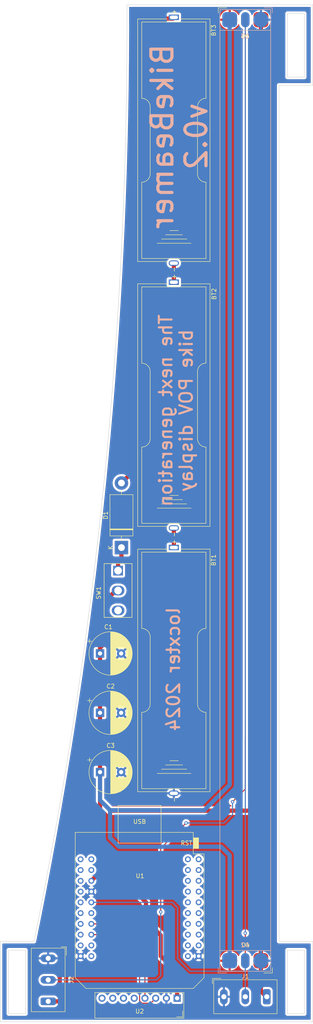
<source format=kicad_pcb>
(kicad_pcb (version 20211014) (generator pcbnew)
  (layers (0 "F.Cu" signal) (31 "B.Cu" signal) (34 "B.Paste" user) (35 "F.Paste" user) (36 "B.SilkS" user "B.Silkscreen") (37 "F.SilkS" user "F.Silkscreen") (38 "B.Mask" user) (39 "F.Mask" user) (44 "Edge.Cuts" user))
  (net 0 "")
  (net 1 "Net-(BT1-Pad1)")
  (net 2 "GND")
  (net 3 "Net-(BT2-Pad1)")
  (net 4 "VCC")
  (net 15 "Net-(U1-Pad27)")
  (net 16 "Net-(U1-Pad25)")
  (net 42 "Net-(D2-PadDIN)")
  (net 45 "Net-(D5-PadDOUT)")
  (net 46 "Net-(D3-PadDOUT)")
  (net 47 "Net-(BT3-Pad1)")
  (net 48 "Net-(D1-Pad1)")
  (footprint "Connector_Phoenix_MC_HighVoltage:PhoenixContact_MCV_1,5_3-G-5.08_1x03_P5.08mm_Vertical" (layer "F.Cu") (at 68.6 25.75)
    (fp_text reference "D5" (at 3.7 3.9) (layer "F.SilkS"))
    (fp_text value "WS2812B LED strip OUT")
    (pad "DOUT" smd oval (at 3.7 0) (size 2 3.6) (layers "F.Cu" "F.Paste" "F.Mask") (net 45 "Net-(D5-PadDOUT)"))
    (pad "GND" smd oval (at 0 0) (size 3.6 3.6) (layers "F.Cu" "F.Paste" "F.Mask") (net 2 "GND"))
    (pad "VCC" smd roundrect (at 7.4 0) (size 3.5 3.6) (layers "F.Cu" "F.Paste" "F.Mask") (net 4 "VCC"))
  )
  (footprint "Connector_Phoenix_MC_HighVoltage:PhoenixContact_MCV_1,5_3-G-5.08_1x03_P5.08mm_Vertical" (layer "F.Cu") (at 67.2175 256.295)
    (fp_text reference "J1" (at 5.1 -4.795) (layer "F.SilkS"))
    (fp_text value "PCB IN")
    (pad "DIN" thru_hole oval (at 5.08 0) (size 1.8 3.6) (drill 1.2) (layers *.Cu *.Mask) (net 42 "Net-(D2-PadDIN)"))
    (pad "GND" thru_hole oval (at 0 0) (size 1.8 3.6) (drill 1.2) (layers *.Cu *.Mask) (net 2 "GND"))
    (pad "VCC" thru_hole roundrect (at 10.16 0) (size 1.8 3.6) (drill 1.2) (layers *.Cu *.Mask) (net 4 "VCC"))
  )
  (footprint "Battery:BatteryHolder_Keystone_2460_1xAA" (layer "F.Cu") (at 55.48 90.495 -90)
    (fp_text reference "BT2" (at -0.02 -9.42 90) (layer "F.SilkS"))
    (fp_text value "1.5 V")
    (fp_text user "+" (at -4.1 0.04 90) (layer "F.SilkS"))
    (fp_text user "-" (at 56.7 0.04 90) (layer "F.SilkS"))
    (pad "1" thru_hole rect (at -2.8 0.1 90) (size 1.3 2.4) (drill oval 0.8 1.9) (layers *.Cu *.Mask) (net 3 "Net-(BT2-Pad1)"))
    (pad "2" thru_hole oval (at 55.2 0.1 90) (size 1.3 2.4) (drill oval 0.8 1.9) (layers *.Cu *.Mask) (net 1 "Net-(BT1-Pad1)"))
  )
  (footprint "ESP32_mini:ESP32_mini" (layer "F.Cu") (at 47.28 235.295 180)
    (fp_text reference "U1" (at -0.1 7.5) (layer "F.SilkS"))
    (fp_text value "ESP32 D1 Mini")
    (fp_text user "USB" (at 0 20.32) (layer "F.SilkS"))
    (fp_text user "RST" (at -11.1 15.24) (layer "F.SilkS"))
    (pad "1" thru_hole circle (at -13.97 -11.43 90) (size 1.4 1.4) (drill 0.8) (layers *.Cu *.Mask) (net 2 "GND"))
    (pad "2" thru_hole circle (at -11.43 -11.43 90) (size 1.4 1.4) (drill 0.8) (layers *.Cu *.Mask))
    (pad "3" thru_hole circle (at -13.97 -8.89 90) (size 1.4 1.4) (drill 0.8) (layers *.Cu *.Mask))
    (pad "4" thru_hole circle (at -11.43 -8.89 90) (size 1.4 1.4) (drill 0.8) (layers *.Cu *.Mask))
    (pad "5" thru_hole circle (at -13.97 -6.35 90) (size 1.4 1.4) (drill 0.8) (layers *.Cu *.Mask))
    (pad "6" thru_hole circle (at -11.43 -6.35 90) (size 1.4 1.4) (drill 0.8) (layers *.Cu *.Mask))
    (pad "7" thru_hole circle (at -13.97 -3.81 90) (size 1.4 1.4) (drill 0.8) (layers *.Cu *.Mask))
    (pad "8" thru_hole circle (at -11.43 -3.81 90) (size 1.4 1.4) (drill 0.8) (layers *.Cu *.Mask))
    (pad "9" thru_hole circle (at -13.97 -1.27 90) (size 1.4 1.4) (drill 0.8) (layers *.Cu *.Mask))
    (pad "10" thru_hole circle (at -11.43 -1.27 90) (size 1.4 1.4) (drill 0.8) (layers *.Cu *.Mask))
    (pad "11" thru_hole circle (at -13.97 1.27 90) (size 1.4 1.4) (drill 0.8) (layers *.Cu *.Mask))
    (pad "12" thru_hole circle (at -11.43 1.27 90) (size 1.4 1.4) (drill 0.8) (layers *.Cu *.Mask))
    (pad "13" thru_hole circle (at -13.97 3.81 90) (size 1.4 1.4) (drill 0.8) (layers *.Cu *.Mask))
    (pad "14" thru_hole circle (at -11.43 3.81 90) (size 1.4 1.4) (drill 0.8) (layers *.Cu *.Mask))
    (pad "15" thru_hole circle (at -13.97 6.35 90) (size 1.4 1.4) (drill 0.8) (layers *.Cu *.Mask))
    (pad "16" thru_hole circle (at -11.43 6.35 90) (size 1.4 1.4) (drill 0.8) (layers *.Cu *.Mask))
    (pad "17" thru_hole circle (at -13.97 8.89 90) (size 1.4 1.4) (drill 0.8) (layers *.Cu *.Mask))
    (pad "18" thru_hole circle (at -11.43 8.89 90) (size 1.4 1.4) (drill 0.8) (layers *.Cu *.Mask))
    (pad "19" thru_hole circle (at -13.97 11.43 90) (size 1.4 1.4) (drill 0.8) (layers *.Cu *.Mask))
    (pad "20" thru_hole circle (at -11.43 11.43 90) (size 1.4 1.4) (drill 0.8) (layers *.Cu *.Mask))
    (pad "21" thru_hole circle (at 11.43 -11.43 90) (size 1.4 1.4) (drill 0.8) (layers *.Cu *.Mask))
    (pad "22" thru_hole circle (at 13.97 -11.43 90) (size 1.4 1.4) (drill 0.8) (layers *.Cu *.Mask) (net 2 "GND"))
    (pad "23" thru_hole circle (at 11.43 -8.89 90) (size 1.4 1.4) (drill 0.8) (layers *.Cu *.Mask))
    (pad "24" thru_hole circle (at 13.97 -8.89 90) (size 1.4 1.4) (drill 0.8) (layers *.Cu *.Mask))
    (pad "25" thru_hole circle (at 11.43 -6.35 90) (size 1.4 1.4) (drill 0.8) (layers *.Cu *.Mask) (net 16 "Net-(U1-Pad25)"))
    (pad "26" thru_hole circle (at 13.97 -6.35 90) (size 1.4 1.4) (drill 0.8) (layers *.Cu *.Mask))
    (pad "27" thru_hole circle (at 11.43 -3.81 90) (size 1.4 1.4) (drill 0.8) (layers *.Cu *.Mask) (net 15 "Net-(U1-Pad27)"))
    (pad "28" thru_hole circle (at 13.97 -3.81 90) (size 1.4 1.4) (drill 0.8) (layers *.Cu *.Mask))
    (pad "29" thru_hole circle (at 11.43 -1.27 90) (size 1.4 1.4) (drill 0.8) (layers *.Cu *.Mask))
    (pad "30" thru_hole circle (at 13.97 -1.27 90) (size 1.4 1.4) (drill 0.8) (layers *.Cu *.Mask))
    (pad "31" thru_hole circle (at 11.43 1.27 90) (size 1.4 1.4) (drill 0.8) (layers *.Cu *.Mask) (net 42 "Net-(D2-PadDIN)"))
    (pad "32" thru_hole circle (at 13.97 1.27 90) (size 1.4 1.4) (drill 0.8) (layers *.Cu *.Mask))
    (pad "33" thru_hole circle (at 11.43 3.81 90) (size 1.4 1.4) (drill 0.8) (layers *.Cu *.Mask) (net 2 "GND"))
    (pad "34" thru_hole circle (at 13.97 3.81 90) (size 1.4 1.4) (drill 0.8) (layers *.Cu *.Mask))
    (pad "35" thru_hole circle (at 11.43 6.35 90) (size 1.4 1.4) (drill 0.8) (layers *.Cu *.Mask) (net 4 "VCC"))
    (pad "36" thru_hole circle (at 13.97 6.35 90) (size 1.4 1.4) (drill 0.8) (layers *.Cu *.Mask))
    (pad "37" thru_hole circle (at 11.43 8.89 90) (size 1.4 1.4) (drill 0.8) (layers *.Cu *.Mask))
    (pad "38" thru_hole circle (at 13.97 8.89 90) (size 1.4 1.4) (drill 0.8) (layers *.Cu *.Mask))
    (pad "39" thru_hole circle (at 11.43 11.43 90) (size 1.4 1.4) (drill 0.8) (layers *.Cu *.Mask))
    (pad "40" thru_hole circle (at 13.97 11.43 90) (size 1.4 1.4) (drill 0.8) (layers *.Cu *.Mask))
  )
  (footprint "Connector_PinHeader_2.54mm:PinHeader_1x08_P2.54mm_Vertical" (layer "F.Cu") (at 56.16 256.65 -90)
    (fp_text reference "U2" (at 3.09 8.87 180) (layer "F.SilkS"))
    (fp_text value "MPU 6050")
    (pad "ADO" thru_hole oval (at 0 15.24 270) (size 1.7 1.7) (drill 1) (layers *.Cu *.Mask))
    (pad "GND" thru_hole oval (at 0 2.54 270) (size 1.7 1.7) (drill 1) (layers *.Cu *.Mask) (net 2 "GND"))
    (pad "INT" thru_hole oval (at 0 17.78 270) (size 1.7 1.7) (drill 1) (layers *.Cu *.Mask))
    (pad "SCL" thru_hole oval (at 0 5.08 270) (size 1.7 1.7) (drill 1) (layers *.Cu *.Mask) (net 16 "Net-(U1-Pad25)"))
    (pad "SDA" thru_hole oval (at 0 7.62 270) (size 1.7 1.7) (drill 1) (layers *.Cu *.Mask) (net 15 "Net-(U1-Pad27)"))
    (pad "VCC" thru_hole rect (at 0 0 270) (size 1.7 1.7) (drill 1) (layers *.Cu *.Mask) (net 4 "VCC"))
    (pad "XCL" thru_hole oval (at 0 12.7 270) (size 1.7 1.7) (drill 1) (layers *.Cu *.Mask))
    (pad "XDA" thru_hole oval (at 0 10.16 270) (size 1.7 1.7) (drill 1) (layers *.Cu *.Mask))
  )
  (footprint "Battery:BatteryHolder_Keystone_2460_1xAA" (layer "F.Cu") (at 55.38 28.295 -90)
    (fp_text reference "BT3" (at -0.02 -9.42 90) (layer "F.SilkS"))
    (fp_text value "1.5 V")
    (fp_text user "-" (at 56.4 -0.06 90) (layer "F.SilkS"))
    (fp_text user "+" (at -4.4 -0.06 90) (layer "F.SilkS"))
    (pad "1" thru_hole rect (at -3.1 0 90) (size 1.3 2.4) (drill oval 0.8 1.9) (layers *.Cu *.Mask) (net 47 "Net-(BT3-Pad1)"))
    (pad "2" thru_hole oval (at 54.9 0 90) (size 1.3 2.4) (drill oval 0.8 1.9) (layers *.Cu *.Mask) (net 3 "Net-(BT2-Pad1)"))
  )
  (footprint "Connector_Phoenix_MC_HighVoltage:PhoenixContact_MCV_1,5_3-G-5.08_1x03_P5.08mm_Vertical" (layer "F.Cu") (at 25.5375 247.2325 -90)
    (fp_text reference "J2" (at 5.08 -5.55 90) (layer "F.SilkS"))
    (fp_text value "PCB OUT")
    (pad "DOUT" thru_hole oval (at 5.08 -0.1 270) (size 1.8 3.6) (drill 1.2) (layers *.Cu *.Mask) (net 45 "Net-(D5-PadDOUT)"))
    (pad "GND" thru_hole oval (at 0 -0.1 270) (size 1.8 3.6) (drill 1.2) (layers *.Cu *.Mask) (net 2 "GND"))
    (pad "VCC" thru_hole roundrect (at 10.16 -0.1 270) (size 1.8 3.6) (drill 1.2) (layers *.Cu *.Mask) (net 4 "VCC"))
  )
  (footprint "Battery:BatteryHolder_Keystone_2460_1xAA" (layer "F.Cu") (at 55.38 153.295 -90)
    (fp_text reference "BT1" (at -0.02 -9.42 90) (layer "F.SilkS"))
    (fp_text value "1.5 V")
    (fp_text user "-" (at 56.5 -0.06 90) (layer "F.SilkS"))
    (fp_text user "+" (at -4.3 -0.06 90) (layer "F.SilkS"))
    (pad "1" thru_hole rect (at -3 0 90) (size 1.3 2.4) (drill oval 0.8 1.9) (layers *.Cu *.Mask) (net 1 "Net-(BT1-Pad1)"))
    (pad "2" thru_hole oval (at 55 0 90) (size 1.3 2.4) (drill oval 0.8 1.9) (layers *.Cu *.Mask) (net 2 "GND"))
  )
  (footprint "Capacitor_THT:CP_Radial_D10.0mm_P5.00mm" (layer "F.Cu") (at 37.912323 203.295)
    (fp_text reference "C3" (at 2.5 -6.25) (layer "F.SilkS"))
    (fp_text value "1000µF")
    (pad "1" thru_hole rect (at 0 0) (size 2 2) (drill 1) (layers *.Cu *.Mask) (net 4 "VCC"))
    (pad "2" thru_hole circle (at 5 0) (size 2 2) (drill 1) (layers *.Cu *.Mask) (net 2 "GND"))
  )
  (footprint "Connector_Phoenix_MC_HighVoltage:PhoenixContact_MCV_1,5_3-G-5.08_1x03_P5.08mm_Vertical" (layer "F.Cu") (at 68.59 247.8)
    (fp_text reference "D4" (at 3.8 -3.7) (layer "F.SilkS"))
    (fp_text value "WS2812B LED strip IN")
    (pad "DIN" smd oval (at 3.7 0) (size 2 3.6) (layers "F.Cu" "F.Paste" "F.Mask") (net 46 "Net-(D3-PadDOUT)"))
    (pad "GND" smd oval (at 0 0) (size 3.6 3.6) (layers "F.Cu" "F.Paste" "F.Mask") (net 2 "GND"))
    (pad "VCC" smd roundrect (at 7.4 0) (size 3.5 3.6) (layers "F.Cu" "F.Paste" "F.Mask") (net 4 "VCC"))
  )
  (footprint "Button_Switch_THT:SW_Slide_1P2T_CK_OS102011MS2Q" (layer "F.Cu") (at 42.18 155.995 -90)
    (fp_text reference "SW1" (at 5 4.6 90) (layer "F.SilkS"))
    (fp_text value "POWER")
    (pad "1" thru_hole rect (at -0.25 0 270) (size 2.3 2.3) (drill 1.8) (layers *.Cu *.Mask) (net 48 "Net-(D1-Pad1)"))
    (pad "2" thru_hole oval (at 4.45 0 270) (size 2.3 3) (drill 1.8) (layers *.Cu *.Mask) (net 4 "VCC"))
    (pad "3" thru_hole oval (at 9.15 0 270) (size 2.3 3) (drill 1.8) (layers *.Cu *.Mask))
  )
  (footprint "Capacitor_THT:CP_Radial_D10.0mm_P5.00mm" (layer "F.Cu") (at 37.912323 175.295)
    (fp_text reference "C1" (at 1.967677 -6.25) (layer "F.SilkS"))
    (fp_text value "1000µF")
    (pad "1" thru_hole rect (at 0 0) (size 2 2) (drill 1) (layers *.Cu *.Mask) (net 4 "VCC"))
    (pad "2" thru_hole circle (at 5 0) (size 2 2) (drill 1) (layers *.Cu *.Mask) (net 2 "GND"))
  )
  (footprint "Capacitor_THT:CP_Radial_D10.0mm_P5.00mm" (layer "F.Cu") (at 37.912323 189.295)
    (fp_text reference "C2" (at 2.5 -6.25) (layer "F.SilkS"))
    (fp_text value "1000µF")
    (pad "1" thru_hole rect (at 0 0) (size 2 2) (drill 1) (layers *.Cu *.Mask) (net 4 "VCC"))
    (pad "2" thru_hole circle (at 5 0) (size 2 2) (drill 1) (layers *.Cu *.Mask) (net 2 "GND"))
  )
  (footprint "Diode_THT:D_DO-201AD_P15.24mm_Horizontal" (layer "F.Cu") (at 42.98 150.315 90)
    (fp_text reference "D1" (at 7.62 -3.72 90) (layer "F.SilkS"))
    (fp_text value "1N5820")
    (fp_text user "K" (at 0 -2.6 90) (layer "F.SilkS"))
    (pad "1" thru_hole rect (at 0 0 90) (size 3.2 3.2) (drill 1.6) (layers *.Cu *.Mask) (net 48 "Net-(D1-Pad1)"))
    (pad "2" thru_hole oval (at 15.24 0 90) (size 3.2 3.2) (drill 1.6) (layers *.Cu *.Mask) (net 47 "Net-(BT3-Pad1)"))
  )
  (footprint "Connector_Phoenix_MC_HighVoltage:PhoenixContact_MCV_1,5_3-G-5.08_1x03_P5.08mm_Vertical" (layer "B.Cu") (at 75.99 247.8 180)
    (fp_text reference "D2" (at 3.8 3.7) (layer "B.SilkS") (effects (justify mirror)))
    (fp_text value "WS2812B LED strip IN")
    (pad "DIN" smd oval (at 3.7 0 180) (size 2 3.6) (layers "B.Cu" "B.Paste" "B.Mask") (net 42 "Net-(D2-PadDIN)"))
    (pad "GND" smd oval (at 0 0 180) (size 3.6 3.6) (layers "B.Cu" "B.Paste" "B.Mask") (net 2 "GND"))
    (pad "VCC" smd roundrect (at 7.4 0 180) (size 3.5 3.6) (layers "B.Cu" "B.Paste" "B.Mask") (net 4 "VCC"))
  )
  (footprint "Connector_Phoenix_MC_HighVoltage:PhoenixContact_MCV_1,5_3-G-5.08_1x03_P5.08mm_Vertical" (layer "B.Cu") (at 76 25.75 180)
    (fp_text reference "D3" (at 3.8 -3.9) (layer "B.SilkS") (effects (justify mirror)))
    (fp_text value "WS2812B LED strip OUT")
    (pad "DOUT" smd oval (at 3.7 0 180) (size 2 3.6) (layers "B.Cu" "B.Paste" "B.Mask") (net 46 "Net-(D3-PadDOUT)"))
    (pad "GND" smd oval (at 0 0 180) (size 3.6 3.6) (layers "B.Cu" "B.Paste" "B.Mask") (net 2 "GND"))
    (pad "VCC" smd roundrect (at 7.4 0 180) (size 3.5 3.6) (layers "B.Cu" "B.Paste" "B.Mask") (net 4 "VCC"))
  )
  (gr_line (start 66.3 28.25) (end 66.29 245.4) (layer "B.SilkS") (width 0.12))
  (gr_line (start 78.29 245.4) (end 78.3 28.25) (layer "B.SilkS") (width 0.12))
  (gr_line (start 78.3 28.25) (end 78.29 245.4) (layer "F.SilkS") (width 0.12))
  (gr_line (start 66.3 28.25) (end 66.29 245.4) (layer "F.SilkS") (width 0.12))
  (gr_line (start 14.28 243.225429) (end 22.28 243.225429) (layer "Edge.Cuts") (width 0.1))
  (gr_line (start 88.28 243.225429) (end 80.28 243.225429) (layer "Edge.Cuts") (width 0.1))
  (gr_line (start 80.28 41.225429) (end 88.28 41.225429) (layer "Edge.Cuts") (width 0.1))
  (gr_line (start 80.28 243.225429) (end 80.28 41.225429) (layer "Edge.Cuts") (width 0.1))
  (gr_line (start 88.28 262.225429) (end 88.28 243.225429) (layer "Edge.Cuts") (width 0.1))
  (gr_line (start 88.28 22.225429) (end 44.28 22.225429) (layer "Edge.Cuts") (width 0.1))
  (gr_line (start 14.28 262.225429) (end 88.28 262.225429) (layer "Edge.Cuts") (width 0.1))
  (gr_arc (start 44.279999 22.22543) (mid 39.001599 133.295) (end 22.28 243.225429) (layer "Edge.Cuts") (width 0.1))
  (gr_line (start 88.28 41.225429) (end 88.28 22.225429) (layer "Edge.Cuts") (width 0.1))
  (gr_rect (start 86.28 24.295) (end 82.28 39.295) (layer "Edge.Cuts") (width 0.1) (fill none))
  (gr_line (start 14.28 262.225429) (end 14.28 243.225429) (layer "Edge.Cuts") (width 0.1))
  (gr_rect (start 16.28 245.295) (end 20.28 260.295) (layer "Edge.Cuts") (width 0.1) (fill none))
  (gr_rect (start 86.28 245.295) (end 82.28 260.295) (layer "Edge.Cuts") (width 0.1) (fill none))
  (gr_text "locxter 2024" (at 55.28 178.995 90) (layer "B.SilkS") (effects (font (size 3 3) (thickness 0.5)) (justify mirror)))
  (gr_text "BikeBeamer\nv0.2" (at 56.68 53.295 90) (layer "B.SilkS") (effects (font (size 5 5) (thickness 0.75)) (justify mirror)))
  (gr_text "The next generation\nbike POV display" (at 55.88 117.995 90) (layer "B.SilkS") (effects (font (size 3 3) (thickness 0.5)) (justify mirror)))
  (segment (start 55.38 150.295) (end 55.38 145.695) (width 1) (layer "F.Cu") (net 1))
  (segment (start 55.38 87.695) (end 55.38 83.195) (width 1) (layer "F.Cu") (net 3))
  (segment (start 77.28 256.295) (end 75.99 255.005) (width 1) (layer "F.Cu") (net 4))
  (segment (start 25.6375 257.3925) (end 28.0825 257.3925) (width 1) (layer "F.Cu") (net 4))
  (segment (start 74.28 212.295) (end 74.18 212.395) (width 1) (layer "F.Cu") (net 4))
  (segment (start 35.85 228.945) (end 37.912323 226.882677) (width 1) (layer "F.Cu") (net 4))
  (segment (start 56.16 250.575) (end 52.28 246.695) (width 1) (layer "F.Cu") (net 4))
  (segment (start 75.99 255.005) (end 75.99 214.005) (width 1) (layer "F.Cu") (net 4))
  (segment (start 29.88 255.595) (end 29.88 222.395) (width 1) (layer "F.Cu") (net 4))
  (segment (start 52.28 241.795) (end 48.88 238.395) (width 1) (layer "F.Cu") (net 4))
  (segment (start 37.912323 175.295) (end 37.912323 189.295) (width 1) (layer "F.Cu") (net 4))
  (segment (start 75.99 214.005) (end 74.28 212.295) (width 1) (layer "F.Cu") (net 4))
  (segment (start 48.78 233.995) (end 46.58 231.795) (width 1) (layer "F.Cu") (net 4))
  (segment (start 34.68 220.695) (end 37.912323 217.462677) (width 1) (layer "F.Cu") (net 4))
  (segment (start 31.58 220.695) (end 34.68 220.695) (width 1) (layer "F.Cu") (net 4))
  (segment (start 48.88 238.395) (end 48.78 238.395) (width 1) (layer "F.Cu") (net 4))
  (segment (start 37.912323 175.295) (end 37.912323 173.962677) (width 1) (layer "F.Cu") (net 4))
  (segment (start 76 210.575) (end 76 25.75) (width 1) (layer "F.Cu") (net 4))
  (segment (start 52.28 246.695) (end 52.28 241.795) (width 1) (layer "F.Cu") (net 4))
  (segment (start 39.448157 162.64452) (end 41.647677 160.445) (width 1) (layer "F.Cu") (net 4))
  (segment (start 74.18 212.395) (end 40.38 212.395) (width 1) (layer "F.Cu") (net 4))
  (segment (start 37.912323 189.295) (end 37.912323 203.295) (width 1) (layer "F.Cu") (net 4))
  (segment (start 37.912323 226.882677) (end 37.912323 203.295) (width 1) (layer "F.Cu") (net 4))
  (segment (start 56.16 256.65) (end 56.16 250.575) (width 1) (layer "F.Cu") (net 4))
  (segment (start 29.88 222.395) (end 31.58 220.695) (width 1) (layer "F.Cu") (net 4))
  (segment (start 39.58 231.795) (end 37.88 230.095) (width 1) (layer "F.Cu") (net 4))
  (segment (start 46.58 231.795) (end 39.58 231.795) (width 1) (layer "F.Cu") (net 4))
  (segment (start 28.0825 257.3925) (end 29.88 255.595) (width 1) (layer "F.Cu") (net 4))
  (segment (start 41.647677 160.445) (end 42.18 160.445) (width 1) (layer "F.Cu") (net 4))
  (segment (start 48.78 238.395) (end 48.78 233.995) (width 1) (layer "F.Cu") (net 4))
  (segment (start 40.38 212.395) (end 37.912323 209.927323) (width 1) (layer "F.Cu") (net 4))
  (segment (start 37.88 230.095) (end 37.88 226.915) (width 1) (layer "F.Cu") (net 4))
  (segment (start 37.912323 173.962677) (end 39.448157 172.426843) (width 1) (layer "F.Cu") (net 4))
  (segment (start 74.28 212.295) (end 76 210.575) (width 1) (layer "F.Cu") (net 4))
  (segment (start 39.448157 172.426843) (end 39.448157 162.64452) (width 1) (layer "F.Cu") (net 4))
  (segment (start 62.58 212.295) (end 68.6 206.275) (width 1) (layer "B.Cu") (net 4))
  (segment (start 68.59 247.8) (end 68.59 222.905) (width 1) (layer "B.Cu") (net 4))
  (segment (start 37.912323 203.295) (end 37.912323 209.927323) (width 1) (layer "B.Cu") (net 4))
  (segment (start 40.28 212.295) (end 62.58 212.295) (width 1) (layer "B.Cu") (net 4))
  (segment (start 37.912323 209.927323) (end 40.28 212.295) (width 1) (layer "B.Cu") (net 4))
  (segment (start 68.59 222.905) (end 66.58 220.895) (width 1) (layer "B.Cu") (net 4))
  (segment (start 68.6 206.275) (end 68.6 25.75) (width 1) (layer "B.Cu") (net 4))
  (segment (start 42.38 220.895) (end 40.28 218.795) (width 1) (layer "B.Cu") (net 4))
  (segment (start 40.28 218.795) (end 40.28 212.295) (width 1) (layer "B.Cu") (net 4))
  (segment (start 66.58 220.895) (end 42.38 220.895) (width 1) (layer "B.Cu") (net 4))
  (segment (start 48.54 242.555) (end 45.09 239.105) (width 0.25) (layer "F.Cu") (net 15))
  (segment (start 48.54 256.65) (end 48.54 242.555) (width 0.25) (layer "F.Cu") (net 15))
  (segment (start 45.09 239.105) (end 35.85 239.105) (width 0.25) (layer "F.Cu") (net 15))
  (segment (start 51.08 256.65) (end 49.905489 257.824511) (width 0.25) (layer "F.Cu") (net 16))
  (segment (start 45.63 241.645) (end 35.85 241.645) (width 0.25) (layer "F.Cu") (net 16))
  (segment (start 47.809511 257.824511) (end 47.28 257.295) (width 0.25) (layer "F.Cu") (net 16))
  (segment (start 49.905489 257.824511) (end 47.809511 257.824511) (width 0.25) (layer "F.Cu") (net 16))
  (segment (start 47.28 257.295) (end 47.28 243.295) (width 0.25) (layer "F.Cu") (net 16))
  (segment (start 47.28 243.295) (end 45.63 241.645) (width 0.25) (layer "F.Cu") (net 16))
  (segment (start 35.85 234.025) (end 55.01 234.025) (width 0.25) (layer "B.Cu") (net 42))
  (segment (start 55.01 234.025) (end 56.28 235.295) (width 0.25) (layer "B.Cu") (net 42))
  (segment (start 72.29 250.27) (end 72.29 247.8) (width 0.25) (layer "B.Cu") (net 42))
  (segment (start 72.2975 250.2775) (end 72.29 250.27) (width 0.25) (layer "B.Cu") (net 42))
  (segment (start 72.2975 247.3025) (end 72.29 247.295) (width 1) (layer "B.Cu") (net 42))
  (segment (start 72.2975 256.295) (end 72.2975 250.2775) (width 0.25) (layer "B.Cu") (net 42))
  (segment (start 56.28 235.295) (end 56.28 247.295) (width 0.25) (layer "B.Cu") (net 42))
  (segment (start 59.2625 250.2775) (end 72.2975 250.2775) (width 0.25) (layer "B.Cu") (net 42))
  (segment (start 56.28 247.295) (end 59.2625 250.2775) (width 0.25) (layer "B.Cu") (net 42))
  (segment (start 72.3 25.75) (end 72.3 195.275) (width 0.25) (layer "F.Cu") (net 45))
  (segment (start 72.28 195.295) (end 72.28 207.295) (width 0.25) (layer "F.Cu") (net 45))
  (segment (start 52.28 236.295) (end 52.28 221.295) (width 0.25) (layer "F.Cu") (net 45))
  (segment (start 52.28 221.295) (end 58.28 215.295) (width 0.25) (layer "F.Cu") (net 45))
  (segment (start 72.3 195.275) (end 72.28 195.295) (width 0.25) (layer "F.Cu") (net 45))
  (segment (start 72.28 207.295) (end 69.28 210.295) (width 0.25) (layer "F.Cu") (net 45))
  (via (at 52.28 236.295) (size 0.8) (drill 0.4) (layers "F.Cu" "B.Cu") (net 45))
  (via (at 69.28 210.295) (size 0.8) (drill 0.4) (layers "F.Cu" "B.Cu") (net 45))
  (via (at 58.28 215.295) (size 0.8) (drill 0.4) (layers "F.Cu" "B.Cu") (net 45))
  (segment (start 67.28 215.295) (end 69.28 213.295) (width 0.25) (layer "B.Cu") (net 45))
  (segment (start 25.6375 252.3125) (end 51.2625 252.3125) (width 0.25) (layer "B.Cu") (net 45))
  (segment (start 51.2625 252.3125) (end 52.28 251.295) (width 0.25) (layer "B.Cu") (net 45))
  (segment (start 69.28 213.295) (end 69.28 210.295) (width 0.25) (layer "B.Cu") (net 45))
  (segment (start 58.28 215.295) (end 67.28 215.295) (width 0.25) (layer "B.Cu") (net 45))
  (segment (start 52.28 251.295) (end 52.28 236.295) (width 0.25) (layer "B.Cu") (net 45))
  (segment (start 72.28 241.295) (end 72.29 241.305) (width 0.25) (layer "F.Cu") (net 46))
  (segment (start 72.29 241.305) (end 72.29 247.8) (width 0.25) (layer "F.Cu") (net 46))
  (via (at 72.28 241.295) (size 0.8) (drill 0.4) (layers "F.Cu" "B.Cu") (net 46))
  (segment (start 72.3 241.275) (end 72.3 25.75) (width 0.25) (layer "B.Cu") (net 46))
  (segment (start 72.28 241.295) (end 72.3 241.275) (width 0.25) (layer "B.Cu") (net 46))
  (segment (start 47.28 130.775) (end 42.98 135.075) (width 1) (layer "F.Cu") (net 47))
  (segment (start 47.28 30.295) (end 47.28 130.775) (width 1) (layer "F.Cu") (net 47))
  (segment (start 55.22 25.485) (end 52.09 25.485) (width 1) (layer "F.Cu") (net 47))
  (segment (start 52.09 25.485) (end 47.28 30.295) (width 1) (layer "F.Cu") (net 47))
  (segment (start 42.98 150.315) (end 42.98 152.995) (width 1) (layer "F.Cu") (net 48))
  (segment (start 42.98 152.995) (end 42.18 153.795) (width 1) (layer "F.Cu") (net 48))
  (segment (start 42.18 153.795) (end 42.18 155.745) (width 1) (layer "F.Cu") (net 48))
  (zone (net 2) (net_name "GND") (layers F&B.Cu) (connect_pads (clearance 0.508)) (min_thickness 0.254) (fill yes (thermal_gap 0.508) (thermal_bridge_width 0.508))
    (polygon (pts (xy 88.28 262.295) (xy 14.28 262.295) (xy 14.28 243.195) (xy 44.28 22.295) (xy 88.28 22.295)))
  )
)
</source>
